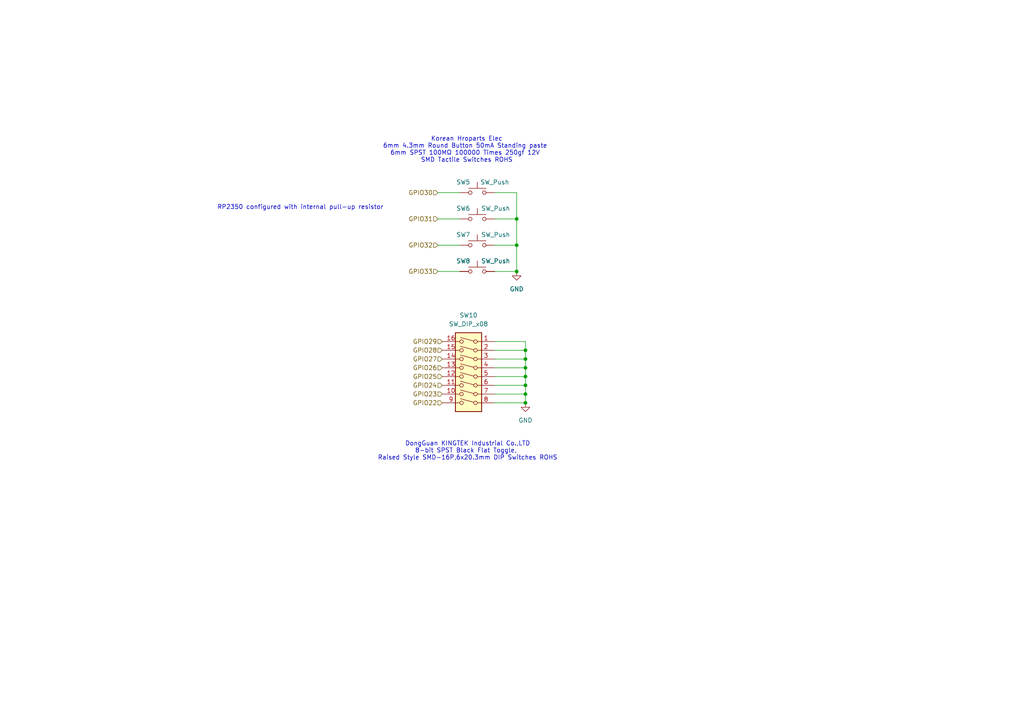
<source format=kicad_sch>
(kicad_sch (version 20250114) (generator "eeschema") (generator_version "9.0")
  (paper "A4")
  (lib_symbols
    (symbol "Switch:SW_DIP_x08" (pin_names (offset 0) (hide yes))
      (property "Reference" "SW" (at 0 13.97 0))
      (property "Value" "SW_DIP_x08" (at 0 -11.43 0))
      (symbol "SW_DIP_x08_0_0"
        (circle (center -2.032 10.16) (radius 0.508))
        (circle (center -2.032 7.62) (radius 0.508))
        (circle (center -2.032 5.08) (radius 0.508))
        (circle (center -2.032 2.54) (radius 0.508))
        (circle (center -2.032 0) (radius 0.508))
        (circle (center -2.032 -2.54) (radius 0.508))
        (circle (center -2.032 -5.08) (radius 0.508))
        (circle (center -2.032 -7.62) (radius 0.508))
        (polyline (pts (xy -1.524 10.287) (xy 2.3622 11.3284)))
        (polyline (pts (xy -1.524 7.747) (xy 2.3622 8.7884)))
        (polyline (pts (xy -1.524 5.207) (xy 2.3622 6.2484)))
        (polyline (pts (xy -1.524 2.667) (xy 2.3622 3.7084)))
        (polyline (pts (xy -1.524 0.127) (xy 2.3622 1.1684)))
        (polyline (pts (xy -1.524 -2.3876) (xy 2.3622 -1.3462)))
        (polyline (pts (xy -1.524 -4.9276) (xy 2.3622 -3.8862)))
        (polyline (pts (xy -1.524 -7.4676) (xy 2.3622 -6.4262)))
        (circle (center 2.032 10.16) (radius 0.508))
        (circle (center 2.032 7.62) (radius 0.508))
        (circle (center 2.032 5.08) (radius 0.508))
        (circle (center 2.032 2.54) (radius 0.508))
        (circle (center 2.032 0) (radius 0.508))
        (circle (center 2.032 -2.54) (radius 0.508))
        (circle (center 2.032 -5.08) (radius 0.508))
        (circle (center 2.032 -7.62) (radius 0.508))
      )
      (symbol "SW_DIP_x08_0_1"
        (rectangle (start -3.81 12.7) (end 3.81 -10.16) (stroke (width 0.254)) (fill (type background)))
      )
      (symbol "SW_DIP_x08_1_1"
        (pin passive line (at -7.62 10.16 0) (length 5.08) (name "~") (number "1"))
        (pin passive line (at -7.62 7.62 0) (length 5.08) (name "~") (number "2"))
        (pin passive line (at -7.62 5.08 0) (length 5.08) (name "~") (number "3"))
        (pin passive line (at -7.62 2.54 0) (length 5.08) (name "~") (number "4"))
        (pin passive line (at -7.62 0 0) (length 5.08) (name "~") (number "5"))
        (pin passive line (at -7.62 -2.54 0) (length 5.08) (name "~") (number "6"))
        (pin passive line (at -7.62 -5.08 0) (length 5.08) (name "~") (number "7"))
        (pin passive line (at -7.62 -7.62 0) (length 5.08) (name "~") (number "8"))
        (pin passive line (at 7.62 10.16 180) (length 5.08) (name "~") (number "16"))
        (pin passive line (at 7.62 7.62 180) (length 5.08) (name "~") (number "15"))
        (pin passive line (at 7.62 5.08 180) (length 5.08) (name "~") (number "14"))
        (pin passive line (at 7.62 2.54 180) (length 5.08) (name "~") (number "13"))
        (pin passive line (at 7.62 0 180) (length 5.08) (name "~") (number "12"))
        (pin passive line (at 7.62 -2.54 180) (length 5.08) (name "~") (number "11"))
        (pin passive line (at 7.62 -5.08 180) (length 5.08) (name "~") (number "10"))
        (pin passive line (at 7.62 -7.62 180) (length 5.08) (name "~") (number "9"))
      )
    )
    (symbol "Switch:SW_Push" (pin_numbers (hide yes)) (pin_names (offset 1.016) (hide yes))
      (property "Reference" "SW" (at 1.27 2.54 0))
      (property "Value" "SW_Push" (at 0 -1.524 0))
      (symbol "SW_Push_0_1"
        (circle (center -2.032 0) (radius 0.508))
        (polyline (pts (xy 0 1.27) (xy 0 3.048)))
        (circle (center 2.032 0) (radius 0.508))
        (polyline (pts (xy 2.54 1.27) (xy -2.54 1.27)))
        (pin passive line (at -5.08 0 0) (length 2.54) (name "1") (number "1"))
        (pin passive line (at 5.08 0 180) (length 2.54) (name "2") (number "2"))
      )
    )
    (symbol "power:GND" (power) (pin_numbers (hide yes)) (pin_names (offset 0) (hide yes))
      (property "Value" "GND" (at 0 -3.81 0))
      (symbol "GND_0_1"
        (polyline (pts (xy 0 0) (xy 0 -1.27) (xy 1.27 -1.27) (xy 0 -2.54) (xy -1.27 -1.27) (xy 0 -1.27)))
      )
      (symbol "GND_1_1"
        (pin power_in line (at 0 0 270) (length 0) (name "~") (number "1"))
      )
    )
  )
  (text "\nDongGuan KINGTEK Industrial Co.,LTD\n8-bit SPST Black Flat Toggle, \nRaised Style SMD-16P,6x20.3mm DIP Switches ROHS" (at 135.636 129.794 0) (effects (font (size 1.27 1.27))))
  (text "\nKorean Hroparts Elec\n6mm 4.3mm Round Button 50mA Standing paste \n6mm SPST 100MΩ 100000 Times 250gf 12V \nSMD Tactile Switches ROHS" (at 135.382 42.418 0) (effects (font (size 1.27 1.27))))
  (text "RP2350 configured with internal pull-up resistor" (at 87.122 60.198 0) (effects (font (size 1.27 1.27))))
  (junction (at 152.4 104.14))
  (junction (at 149.86 63.5))
  (junction (at 152.4 101.6))
  (junction (at 149.86 71.12))
  (junction (at 149.86 78.74))
  (junction (at 152.4 111.76))
  (junction (at 152.4 106.68))
  (junction (at 152.4 114.3))
  (junction (at 152.4 109.22))
  (junction (at 152.4 116.84))
  (wire (pts (xy 127 63.5) (xy 133.35 63.5)))
  (wire (pts (xy 152.4 99.06) (xy 143.51 99.06)))
  (wire (pts (xy 152.4 111.76) (xy 143.51 111.76)))
  (wire (pts (xy 143.51 71.12) (xy 149.86 71.12)))
  (wire (pts (xy 143.51 63.5) (xy 149.86 63.5)))
  (wire (pts (xy 149.86 78.74) (xy 143.51 78.74)))
  (wire (pts (xy 152.4 101.6) (xy 143.51 101.6)))
  (wire (pts (xy 152.4 104.14) (xy 143.51 104.14)))
  (wire (pts (xy 152.4 106.68) (xy 143.51 106.68)))
  (wire (pts (xy 152.4 104.14) (xy 152.4 106.68)))
  (wire (pts (xy 149.86 55.88) (xy 149.86 63.5)))
  (wire (pts (xy 143.51 55.88) (xy 149.86 55.88)))
  (wire (pts (xy 152.4 111.76) (xy 152.4 114.3)))
  (wire (pts (xy 149.86 63.5) (xy 149.86 71.12)))
  (wire (pts (xy 152.4 116.84) (xy 143.51 116.84)))
  (wire (pts (xy 152.4 109.22) (xy 143.51 109.22)))
  (wire (pts (xy 152.4 114.3) (xy 152.4 116.84)))
  (wire (pts (xy 127 55.88) (xy 133.35 55.88)))
  (wire (pts (xy 152.4 114.3) (xy 143.51 114.3)))
  (wire (pts (xy 152.4 106.68) (xy 152.4 109.22)))
  (wire (pts (xy 127 71.12) (xy 133.35 71.12)))
  (wire (pts (xy 152.4 101.6) (xy 152.4 104.14)))
  (wire (pts (xy 152.4 99.06) (xy 152.4 101.6)))
  (wire (pts (xy 127 78.74) (xy 133.35 78.74)))
  (wire (pts (xy 149.86 71.12) (xy 149.86 78.74)))
  (wire (pts (xy 152.4 109.22) (xy 152.4 111.76)))
  (hierarchical_label "GPIO25" (shape input) (at 128.27 109.22 180))
  (hierarchical_label "GPIO24" (shape input) (at 128.27 111.76 180))
  (hierarchical_label "GPIO33" (shape input) (at 127 78.74 180))
  (hierarchical_label "GPIO22" (shape input) (at 128.27 116.84 180))
  (hierarchical_label "GPIO29" (shape input) (at 128.27 99.06 180))
  (hierarchical_label "GPIO26" (shape input) (at 128.27 106.68 180))
  (hierarchical_label "GPIO31" (shape input) (at 127 63.5 180))
  (hierarchical_label "GPIO27" (shape input) (at 128.27 104.14 180))
  (hierarchical_label "GPIO32" (shape input) (at 127 71.12 180))
  (hierarchical_label "GPIO30" (shape input) (at 127 55.88 180))
  (hierarchical_label "GPIO28" (shape input) (at 128.27 101.6 180))
  (hierarchical_label "GPIO23" (shape input) (at 128.27 114.3 180))
  (symbol (lib_id "Switch:SW_Push") (at 138.43 78.74 0) (unit 1)
    (property "Reference" "SW8" (at 134.366 75.692 0))
    (property "Value" "SW_Push" (at 143.764 75.692 0))
    (property "Footprint" "Button_Switch_SMD:SW_Push_K2-1102SP-A4SC-04" (effects (hide yes)))
    (property "Description" "Push button switch, generic, two pins" (effects (hide yes)))
  )
  (symbol (lib_id "Switch:SW_Push") (at 138.43 55.88 0) (unit 1)
    (property "Reference" "SW5" (at 134.366 52.832 0))
    (property "Value" "SW_Push" (at 143.51 52.832 0))
    (property "Footprint" "Button_Switch_SMD:SW_Push_K2-1102SP-A4SC-04" (effects (hide yes)))
    (property "Description" "Push button switch, generic, two pins" (effects (hide yes)))
  )
  (symbol (lib_id "power:GND") (at 149.86 78.74 0) (unit 1)
    (property "Reference" "#PWR032" (effects (hide yes)))
    (property "Value" "GND" (at 149.86 83.82 0))
    (property "Description" "Power symbol creates a global label with name \"GND\" , ground" (effects (hide yes)))
  )
  (symbol (lib_id "power:GND") (at 152.4 116.84 0) (mirror y) (unit 1)
    (property "Reference" "#PWR059" (effects (hide yes)))
    (property "Value" "GND" (at 152.4 121.92 0))
    (property "Description" "Power symbol creates a global label with name \"GND\" , ground" (effects (hide yes)))
  )
  (symbol (lib_id "Switch:SW_Push") (at 138.43 63.5 0) (unit 1)
    (property "Reference" "SW6" (at 134.366 60.452 0))
    (property "Value" "SW_Push" (at 143.764 60.452 0))
    (property "Footprint" "Button_Switch_SMD:SW_Push_K2-1102SP-A4SC-04" (effects (hide yes)))
    (property "Description" "Push button switch, generic, two pins" (effects (hide yes)))
  )
  (symbol (lib_id "Switch:SW_DIP_x08") (at 135.89 109.22 0) (mirror y) (unit 1)
    (property "Reference" "SW10" (at 135.89 91.44 0))
    (property "Value" "SW_DIP_x08" (at 135.89 93.98 0))
    (property "Footprint" "Button_Switch_SMD:SW_DIP_SPSTx08_Slide_Omron_A6S-810x_W8.9mm_P2.54mm" (effects (hide yes)))
    (property "Datasheet" "https://jlcpcb.com/api/file/downloadByFileSystemAccessId/8588905267774042112" (effects (hide yes)))
    (property "Description" "8x DIP Switch, Single Pole Single Throw (SPST) switch, small symbol" (effects (hide yes)))
  )
  (symbol (lib_id "Switch:SW_Push") (at 138.43 71.12 0) (unit 1)
    (property "Reference" "SW7" (at 134.366 68.072 0))
    (property "Value" "SW_Push" (at 143.764 68.072 0))
    (property "Footprint" "Button_Switch_SMD:SW_Push_K2-1102SP-A4SC-04" (effects (hide yes)))
    (property "Description" "Push button switch, generic, two pins" (effects (hide yes)))
  )
)
</source>
